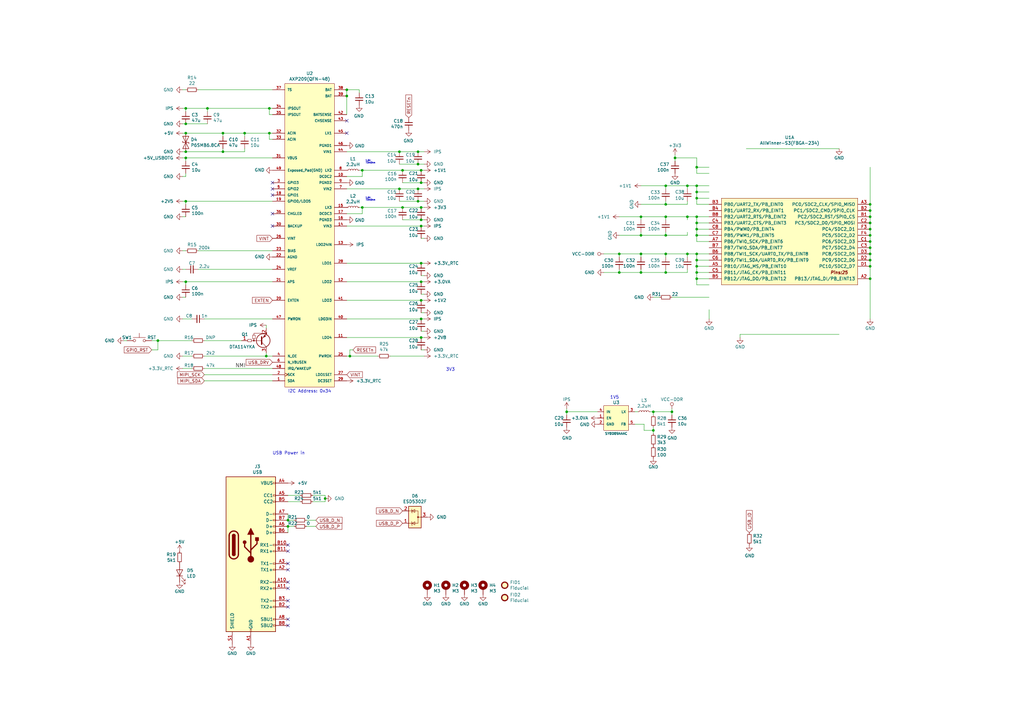
<source format=kicad_sch>
(kicad_sch (version 20211123) (generator eeschema)
  (paper "A3")
  (title_block (title "OtterCastAudioV2") (rev "1.0"))
  (junction (at 262.89 96.52))
  (junction (at 285.75 109.22))
  (junction (at 76.2 115.57))
  (junction (at 172.72 107.95))
  (junction (at 148.59 69.85))
  (junction (at 85.09 44.45))
  (junction (at 165.1 69.85))
  (junction (at 110.49 44.45))
  (junction (at 76.2 44.45))
  (junction (at 281.94 76.2))
  (junction (at 285.75 104.14))
  (junction (at 356.87 109.22))
  (junction (at 110.49 54.61))
  (junction (at 276.86 64.77))
  (junction (at 281.94 104.14))
  (junction (at 356.87 88.9))
  (junction (at 267.97 176.53))
  (junction (at 285.75 111.76))
  (junction (at 76.2 54.61))
  (junction (at 356.87 99.06))
  (junction (at 172.72 90.17))
  (junction (at 163.83 62.23))
  (junction (at 281.94 88.9))
  (junction (at 285.75 93.98))
  (junction (at 142.24 39.37))
  (junction (at 143.51 146.05))
  (junction (at 285.75 81.28))
  (junction (at 91.44 54.61))
  (junction (at 171.45 62.23))
  (junction (at 285.75 76.2))
  (junction (at 76.2 82.55))
  (junction (at 64.77 139.7))
  (junction (at 356.87 83.82))
  (junction (at 172.72 123.19))
  (junction (at 76.2 64.77))
  (junction (at 172.72 92.71))
  (junction (at 273.05 96.52))
  (junction (at 273.05 104.14))
  (junction (at 172.72 85.09))
  (junction (at 76.2 62.23))
  (junction (at 267.97 168.91))
  (junction (at 172.72 74.93))
  (junction (at 171.45 67.31))
  (junction (at 165.1 85.09))
  (junction (at 163.83 77.47))
  (junction (at 91.44 62.23))
  (junction (at 356.87 86.36))
  (junction (at 171.45 77.47))
  (junction (at 109.22 146.05))
  (junction (at 254 111.76))
  (junction (at 171.45 82.55))
  (junction (at 356.87 106.68))
  (junction (at 356.87 104.14))
  (junction (at 285.75 114.3))
  (junction (at 273.05 111.76))
  (junction (at 273.05 76.2))
  (junction (at 118.11 213.36))
  (junction (at 275.59 168.91))
  (junction (at 285.75 68.58))
  (junction (at 356.87 93.98))
  (junction (at 285.75 91.44))
  (junction (at 133.35 204.47))
  (junction (at 262.89 104.14))
  (junction (at 285.75 96.52))
  (junction (at 172.72 69.85))
  (junction (at 356.87 114.3))
  (junction (at 148.59 85.09))
  (junction (at 142.24 36.83))
  (junction (at 262.89 88.9))
  (junction (at 356.87 96.52))
  (junction (at 232.41 168.91))
  (junction (at 356.87 101.6))
  (junction (at 273.05 88.9))
  (junction (at 285.75 106.68))
  (junction (at 172.72 130.81))
  (junction (at 254 104.14))
  (junction (at 118.11 215.9))
  (junction (at 172.72 115.57))
  (junction (at 76.2 50.8))
  (junction (at 172.72 138.43))
  (junction (at 262.89 111.76))
  (junction (at 100.33 54.61))
  (junction (at 285.75 78.74))
  (junction (at 285.75 88.9))
  (junction (at 273.05 83.82))
  (junction (at 356.87 91.44))
  (no_connect (at 111.76 74.93))
  (no_connect (at 118.11 223.52))
  (no_connect (at 111.76 80.01))
  (no_connect (at 118.11 226.06))
  (no_connect (at 118.11 231.14))
  (no_connect (at 118.11 238.76))
  (no_connect (at 118.11 246.38))
  (no_connect (at 142.24 49.53))
  (no_connect (at 118.11 256.54))
  (no_connect (at 111.76 92.71))
  (no_connect (at 118.11 233.68))
  (no_connect (at 118.11 248.92))
  (no_connect (at 111.76 77.47))
  (no_connect (at 111.76 87.63))
  (no_connect (at 142.24 54.61))
  (no_connect (at 118.11 254))
  (no_connect (at 118.11 241.3))
  (wire (pts (xy 273.05 77.47) (xy 273.05 76.2)))
  (wire (pts (xy 171.45 77.47) (xy 173.99 77.47)))
  (wire (pts (xy 118.11 213.36) (xy 120.65 213.36)))
  (wire (pts (xy 172.72 90.17) (xy 165.1 90.17)))
  (wire (pts (xy 118.11 218.44) (xy 118.11 215.9)))
  (wire (pts (xy 74.93 121.92) (xy 76.2 121.92)))
  (wire (pts (xy 254 105.41) (xy 254 104.14)))
  (wire (pts (xy 264.16 173.99) (xy 260.35 173.99)))
  (wire (pts (xy 285.75 109.22) (xy 285.75 106.68)))
  (wire (pts (xy 83.82 146.05) (xy 109.22 146.05)))
  (wire (pts (xy 76.2 44.45) (xy 74.93 44.45)))
  (wire (pts (xy 148.59 72.39) (xy 148.59 69.85)))
  (wire (pts (xy 111.76 57.15) (xy 110.49 57.15)))
  (wire (pts (xy 91.44 54.61) (xy 100.33 54.61)))
  (wire (pts (xy 356.87 101.6) (xy 356.87 104.14)))
  (wire (pts (xy 356.87 96.52) (xy 356.87 99.06)))
  (wire (pts (xy 285.75 68.58) (xy 285.75 71.12)))
  (wire (pts (xy 76.2 115.57) (xy 111.76 115.57)))
  (wire (pts (xy 262.89 88.9) (xy 262.89 90.17)))
  (wire (pts (xy 74.93 88.9) (xy 76.2 88.9)))
  (wire (pts (xy 290.83 81.28) (xy 285.75 81.28)))
  (wire (pts (xy 91.44 60.96) (xy 91.44 62.23)))
  (wire (pts (xy 285.75 88.9) (xy 290.83 88.9)))
  (wire (pts (xy 267.97 176.53) (xy 264.16 176.53)))
  (wire (pts (xy 273.05 88.9) (xy 281.94 88.9)))
  (wire (pts (xy 76.2 64.77) (xy 111.76 64.77)))
  (wire (pts (xy 143.51 143.51) (xy 143.51 146.05)))
  (wire (pts (xy 356.87 114.3) (xy 356.87 130.81)))
  (wire (pts (xy 290.83 76.2) (xy 285.75 76.2)))
  (wire (pts (xy 64.77 139.7) (xy 62.23 139.7)))
  (wire (pts (xy 173.99 113.03) (xy 172.72 113.03)))
  (wire (pts (xy 285.75 106.68) (xy 285.75 104.14)))
  (wire (pts (xy 160.02 146.05) (xy 173.99 146.05)))
  (wire (pts (xy 142.24 107.95) (xy 172.72 107.95)))
  (wire (pts (xy 109.22 144.78) (xy 109.22 146.05)))
  (wire (pts (xy 91.44 55.88) (xy 91.44 54.61)))
  (wire (pts (xy 273.05 111.76) (xy 281.94 111.76)))
  (wire (pts (xy 173.99 143.51) (xy 172.72 143.51)))
  (wire (pts (xy 76.2 44.45) (xy 85.09 44.45)))
  (wire (pts (xy 100.33 54.61) (xy 110.49 54.61)))
  (wire (pts (xy 290.83 78.74) (xy 285.75 78.74)))
  (wire (pts (xy 142.24 72.39) (xy 148.59 72.39)))
  (wire (pts (xy 303.53 138.43) (xy 303.53 137.16)))
  (wire (pts (xy 142.24 62.23) (xy 163.83 62.23)))
  (wire (pts (xy 276.86 64.77) (xy 285.75 64.77)))
  (wire (pts (xy 262.89 83.82) (xy 273.05 83.82)))
  (wire (pts (xy 81.28 110.49) (xy 111.76 110.49)))
  (wire (pts (xy 76.2 66.04) (xy 76.2 64.77)))
  (wire (pts (xy 83.82 130.81) (xy 111.76 130.81)))
  (wire (pts (xy 76.2 116.84) (xy 76.2 115.57)))
  (wire (pts (xy 165.1 85.09) (xy 172.72 85.09)))
  (wire (pts (xy 83.82 156.21) (xy 111.76 156.21)))
  (wire (pts (xy 133.35 205.74) (xy 128.27 205.74)))
  (wire (pts (xy 254 111.76) (xy 262.89 111.76)))
  (wire (pts (xy 74.93 130.81) (xy 78.74 130.81)))
  (wire (pts (xy 276.86 66.04) (xy 276.86 64.77)))
  (wire (pts (xy 142.24 92.71) (xy 172.72 92.71)))
  (wire (pts (xy 64.77 143.51) (xy 64.77 139.7)))
  (wire (pts (xy 273.05 96.52) (xy 281.94 96.52)))
  (wire (pts (xy 261.62 168.91) (xy 260.35 168.91)))
  (wire (pts (xy 262.89 96.52) (xy 273.05 96.52)))
  (wire (pts (xy 163.83 62.23) (xy 171.45 62.23)))
  (wire (pts (xy 356.87 93.98) (xy 356.87 96.52)))
  (wire (pts (xy 281.94 82.55) (xy 281.94 83.82)))
  (wire (pts (xy 254 104.14) (xy 262.89 104.14)))
  (wire (pts (xy 173.99 128.27) (xy 172.72 128.27)))
  (wire (pts (xy 125.73 215.9) (xy 129.54 215.9)))
  (wire (pts (xy 74.93 115.57) (xy 76.2 115.57)))
  (wire (pts (xy 273.05 82.55) (xy 273.05 83.82)))
  (wire (pts (xy 232.41 168.91) (xy 232.41 170.18)))
  (wire (pts (xy 285.75 99.06) (xy 285.75 96.52)))
  (wire (pts (xy 172.72 69.85) (xy 173.99 69.85)))
  (wire (pts (xy 74.93 72.39) (xy 76.2 72.39)))
  (wire (pts (xy 142.24 123.19) (xy 172.72 123.19)))
  (wire (pts (xy 62.23 143.51) (xy 64.77 143.51)))
  (wire (pts (xy 285.75 116.84) (xy 285.75 114.3)))
  (wire (pts (xy 143.51 146.05) (xy 142.24 146.05)))
  (wire (pts (xy 356.87 86.36) (xy 356.87 88.9)))
  (wire (pts (xy 306.07 60.96) (xy 344.17 60.96)))
  (wire (pts (xy 173.99 90.17) (xy 172.72 90.17)))
  (wire (pts (xy 262.89 110.49) (xy 262.89 111.76)))
  (wire (pts (xy 118.11 213.36) (xy 118.11 210.82)))
  (wire (pts (xy 142.24 130.81) (xy 172.72 130.81)))
  (wire (pts (xy 356.87 88.9) (xy 356.87 91.44)))
  (wire (pts (xy 275.59 168.91) (xy 275.59 167.64)))
  (wire (pts (xy 171.45 67.31) (xy 173.99 67.31)))
  (wire (pts (xy 109.22 146.05) (xy 111.76 146.05)))
  (wire (pts (xy 273.05 83.82) (xy 281.94 83.82)))
  (wire (pts (xy 129.54 213.36) (xy 125.73 213.36)))
  (wire (pts (xy 165.1 69.85) (xy 172.72 69.85)))
  (wire (pts (xy 285.75 81.28) (xy 285.75 83.82)))
  (wire (pts (xy 110.49 46.99) (xy 110.49 44.45)))
  (wire (pts (xy 267.97 176.53) (xy 267.97 177.8)))
  (wire (pts (xy 273.05 110.49) (xy 273.05 111.76)))
  (wire (pts (xy 273.05 104.14) (xy 281.94 104.14)))
  (wire (pts (xy 148.59 69.85) (xy 147.32 69.85)))
  (wire (pts (xy 356.87 83.82) (xy 356.87 86.36)))
  (wire (pts (xy 285.75 93.98) (xy 285.75 91.44)))
  (wire (pts (xy 356.87 68.58) (xy 356.87 83.82)))
  (wire (pts (xy 262.89 111.76) (xy 273.05 111.76)))
  (wire (pts (xy 83.82 151.13) (xy 111.76 151.13)))
  (wire (pts (xy 262.89 95.25) (xy 262.89 96.52)))
  (wire (pts (xy 281.94 90.17) (xy 281.94 88.9)))
  (wire (pts (xy 290.83 114.3) (xy 285.75 114.3)))
  (wire (pts (xy 100.33 55.88) (xy 100.33 54.61)))
  (wire (pts (xy 281.94 110.49) (xy 281.94 111.76)))
  (wire (pts (xy 281.94 104.14) (xy 285.75 104.14)))
  (wire (pts (xy 50.8 139.7) (xy 52.07 139.7)))
  (wire (pts (xy 285.75 76.2) (xy 285.75 78.74)))
  (wire (pts (xy 148.59 85.09) (xy 147.32 85.09)))
  (wire (pts (xy 110.49 54.61) (xy 111.76 54.61)))
  (wire (pts (xy 356.87 99.06) (xy 356.87 101.6)))
  (wire (pts (xy 273.05 90.17) (xy 273.05 88.9)))
  (wire (pts (xy 276.86 63.5) (xy 276.86 64.77)))
  (wire (pts (xy 285.75 71.12) (xy 290.83 71.12)))
  (wire (pts (xy 148.59 69.85) (xy 165.1 69.85)))
  (wire (pts (xy 273.05 95.25) (xy 273.05 96.52)))
  (wire (pts (xy 118.11 203.2) (xy 123.19 203.2)))
  (wire (pts (xy 281.94 88.9) (xy 285.75 88.9)))
  (wire (pts (xy 281.94 77.47) (xy 281.94 76.2)))
  (wire (pts (xy 356.87 106.68) (xy 356.87 109.22)))
  (wire (pts (xy 262.89 76.2) (xy 273.05 76.2)))
  (wire (pts (xy 148.59 87.63) (xy 148.59 85.09)))
  (wire (pts (xy 173.99 120.65) (xy 172.72 120.65)))
  (wire (pts (xy 232.41 167.64) (xy 232.41 168.91)))
  (wire (pts (xy 120.65 215.9) (xy 118.11 215.9)))
  (wire (pts (xy 163.83 77.47) (xy 171.45 77.47)))
  (wire (pts (xy 290.83 109.22) (xy 285.75 109.22)))
  (wire (pts (xy 172.72 123.19) (xy 173.99 123.19)))
  (wire (pts (xy 273.05 76.2) (xy 281.94 76.2)))
  (wire (pts (xy 81.28 102.87) (xy 111.76 102.87)))
  (wire (pts (xy 254 96.52) (xy 262.89 96.52)))
  (wire (pts (xy 285.75 64.77) (xy 285.75 68.58)))
  (wire (pts (xy 290.83 127) (xy 290.83 130.81)))
  (wire (pts (xy 74.93 110.49) (xy 76.2 110.49)))
  (wire (pts (xy 74.93 146.05) (xy 78.74 146.05)))
  (wire (pts (xy 172.72 85.09) (xy 173.99 85.09)))
  (wire (pts (xy 78.74 139.7) (xy 64.77 139.7)))
  (wire (pts (xy 356.87 91.44) (xy 356.87 93.98)))
  (wire (pts (xy 303.53 137.16) (xy 344.17 137.16)))
  (wire (pts (xy 142.24 39.37) (xy 142.24 46.99)))
  (wire (pts (xy 285.75 111.76) (xy 290.83 111.76)))
  (wire (pts (xy 281.94 95.25) (xy 281.94 96.52)))
  (wire (pts (xy 281.94 76.2) (xy 285.75 76.2)))
  (wire (pts (xy 173.99 97.79) (xy 172.72 97.79)))
  (wire (pts (xy 76.2 54.61) (xy 91.44 54.61)))
  (wire (pts (xy 285.75 96.52) (xy 290.83 96.52)))
  (wire (pts (xy 285.75 83.82) (xy 290.83 83.82)))
  (wire (pts (xy 109.22 133.35) (xy 109.22 134.62)))
  (wire (pts (xy 81.28 36.83) (xy 111.76 36.83)))
  (wire (pts (xy 262.89 105.41) (xy 262.89 104.14)))
  (wire (pts (xy 267.97 168.91) (xy 267.97 170.18)))
  (wire (pts (xy 173.99 74.93) (xy 172.72 74.93)))
  (wire (pts (xy 74.93 82.55) (xy 76.2 82.55)))
  (wire (pts (xy 171.45 82.55) (xy 173.99 82.55)))
  (wire (pts (xy 172.72 74.93) (xy 165.1 74.93)))
  (wire (pts (xy 76.2 50.8) (xy 85.09 50.8)))
  (wire (pts (xy 285.75 104.14) (xy 290.83 104.14)))
  (wire (pts (xy 133.35 203.2) (xy 133.35 204.47)))
  (wire (pts (xy 128.27 203.2) (xy 133.35 203.2)))
  (wire (pts (xy 142.24 36.83) (xy 142.24 39.37)))
  (wire (pts (xy 172.72 107.95) (xy 173.99 107.95)))
  (wire (pts (xy 356.87 109.22) (xy 356.87 114.3)))
  (wire (pts (xy 262.89 104.14) (xy 273.05 104.14)))
  (wire (pts (xy 85.09 45.72) (xy 85.09 44.45)))
  (wire (pts (xy 74.93 62.23) (xy 76.2 62.23)))
  (wire (pts (xy 148.59 85.09) (xy 165.1 85.09)))
  (wire (pts (xy 76.2 83.82) (xy 76.2 82.55)))
  (wire (pts (xy 266.7 168.91) (xy 267.97 168.91)))
  (wire (pts (xy 142.24 87.63) (xy 148.59 87.63)))
  (wire (pts (xy 171.45 62.23) (xy 173.99 62.23)))
  (wire (pts (xy 290.83 93.98) (xy 285.75 93.98)))
  (wire (pts (xy 267.97 175.26) (xy 267.97 176.53)))
  (wire (pts (xy 285.75 91.44) (xy 290.83 91.44)))
  (wire (pts (xy 74.93 64.77) (xy 76.2 64.77)))
  (wire (pts (xy 254 88.9) (xy 262.89 88.9)))
  (wire (pts (xy 83.82 153.67) (xy 111.76 153.67)))
  (wire (pts (xy 281.94 105.41) (xy 281.94 104.14)))
  (wire (pts (xy 163.83 67.31) (xy 171.45 67.31)))
  (wire (pts (xy 142.24 138.43) (xy 172.72 138.43)))
  (wire (pts (xy 267.97 121.92) (xy 270.51 121.92)))
  (wire (pts (xy 83.82 139.7) (xy 99.06 139.7)))
  (wire (pts (xy 254 110.49) (xy 254 111.76)))
  (wire (pts (xy 262.89 88.9) (xy 273.05 88.9)))
  (wire (pts (xy 85.09 44.45) (xy 110.49 44.45)))
  (wire (pts (xy 91.44 62.23) (xy 76.2 62.23)))
  (wire (pts (xy 76.2 45.72) (xy 76.2 44.45)))
  (wire (pts (xy 264.16 176.53) (xy 264.16 173.99)))
  (wire (pts (xy 247.65 104.14) (xy 254 104.14)))
  (wire (pts (xy 111.76 44.45) (xy 110.49 44.45)))
  (wire (pts (xy 285.75 114.3) (xy 285.75 111.76)))
  (wire (pts (xy 154.94 146.05) (xy 143.51 146.05)))
  (wire (pts (xy 285.75 68.58) (xy 290.83 68.58)))
  (wire (pts (xy 76.2 82.55) (xy 111.76 82.55)))
  (wire (pts (xy 163.83 82.55) (xy 171.45 82.55)))
  (wire (pts (xy 123.19 205.74) (xy 118.11 205.74)))
  (wire (pts (xy 142.24 36.83) (xy 147.32 36.83)))
  (wire (pts (xy 273.05 105.41) (xy 273.05 104.14)))
  (wire (pts (xy 172.72 92.71) (xy 173.99 92.71)))
  (wire (pts (xy 232.41 168.91) (xy 245.11 168.91)))
  (wire (pts (xy 74.93 50.8) (xy 76.2 50.8)))
  (wire (pts (xy 74.93 102.87) (xy 76.2 102.87)))
  (wire (pts (xy 267.97 168.91) (xy 275.59 168.91)))
  (wire (pts (xy 100.33 60.96) (xy 100.33 62.23)))
  (wire (pts (xy 290.83 99.06) (xy 285.75 99.06)))
  (wire (pts (xy 172.72 138.43) (xy 173.99 138.43)))
  (wire (pts (xy 76.2 72.39) (xy 76.2 71.12)))
  (wire (pts (xy 76.2 54.61) (xy 74.93 54.61)))
  (wire (pts (xy 285.75 78.74) (xy 285.75 81.28)))
  (wire (pts (xy 74.93 36.83) (xy 76.2 36.83)))
  (wire (pts (xy 173.99 135.89) (xy 172.72 135.89)))
  (wire (pts (xy 74.93 151.13) (xy 78.74 151.13)))
  (wire (pts (xy 285.75 93.98) (xy 285.75 96.52)))
  (wire (pts (xy 110.49 57.15) (xy 110.49 54.61)))
  (wire (pts (xy 285.75 116.84) (xy 290.83 116.84)))
  (wire (pts (xy 247.65 111.76) (xy 254 111.76)))
  (wire (pts (xy 147.32 36.83) (xy 147.32 38.1)))
  (wire (pts (xy 100.33 62.23) (xy 91.44 62.23)))
  (wire (pts (xy 144.78 143.51) (xy 143.51 143.51)))
  (wire (pts (xy 133.35 204.47) (xy 133.35 205.74)))
  (wire (pts (xy 285.75 88.9) (xy 285.75 91.44)))
  (wire (pts (xy 111.76 46.99) (xy 110.49 46.99)))
  (wire (pts (xy 275.59 121.92) (xy 290.83 121.92)))
  (wire (pts (xy 356.87 104.14) (xy 356.87 106.68)))
  (wire (pts (xy 142.24 115.57) (xy 172.72 115.57)))
  (wire (pts (xy 172.72 130.81) (xy 173.99 130.81)))
  (wire (pts (xy 172.72 115.57) (xy 173.99 115.57)))
  (wire (pts (xy 142.24 77.47) (xy 163.83 77.47)))
  (wire (pts (xy 285.75 106.68) (xy 290.83 106.68)))
  (wire (pts (xy 285.75 111.76) (xy 285.75 109.22)))
  (wire (pts (xy 275.59 170.18) (xy 275.59 168.91)))
  (text "1.5A\n72mOhm\n" (at 149.86 82.55 0) (effects (font (size 0.6096 0.6096)) (justify left bottom)))
  (text "1V5\n" (at 250.19 163.83 0) (effects (font (size 1.27 1.27)) (justify left bottom)))
  (text "1.5A\n72mOhm\n" (at 149.86 67.31 0) (effects (font (size 0.6096 0.6096)) (justify left bottom)))
  (text "3V3\n" (at 182.88 152.4 0) (effects (font (size 1.27 1.27)) (justify left bottom)))
  (text "USB Power in" (at 111.76 186.69 0) (effects (font (size 1.27 1.27)) (justify left bottom)))
  (text "I2C Address: 0x34" (at 118.11 161.29 0) (effects (font (size 1.27 1.27)) (justify left bottom)))
  (label "NMI" (at 96.52 151.13 0) (effects (font (size 1.524 1.524))))
  (global_label "VINT" (shape input) (at 142.24 153.67 0) (property "Intersheet References" "${INTERSHEET_REFS}" (effects hide)))
  (global_label "EXTEN" (shape input) (at 111.76 123.19 180) (property "Intersheet References" "${INTERSHEET_REFS}" (effects hide)))
  (global_label "MIPI_SDA" (shape input) (at 83.82 156.21 180) (property "Intersheet References" "${INTERSHEET_REFS}" (effects hide)))
  (global_label "USB_D_P" (shape input) (at 129.54 215.9 0) (property "Intersheet References" "${INTERSHEET_REFS}" (effects hide)))
  (global_label "RESETn" (shape input) (at 144.78 143.51 0) (property "Intersheet References" "${INTERSHEET_REFS}" (effects hide)))
  (global_label "RESETn" (shape input) (at 167.64 48.26 90) (property "Intersheet References" "${INTERSHEET_REFS}" (effects hide)))
  (global_label "MIPI_SCK" (shape input) (at 83.82 153.67 180) (property "Intersheet References" "${INTERSHEET_REFS}" (effects hide)))
  (global_label "USB_D_N" (shape input) (at 165.1 209.55 180) (property "Intersheet References" "${INTERSHEET_REFS}" (effects hide)))
  (global_label "GPIO_RST" (shape input) (at 62.23 143.51 180) (property "Intersheet References" "${INTERSHEET_REFS}" (effects hide)))
  (global_label "USB_DRV" (shape input) (at 111.76 148.59 180) (property "Intersheet References" "${INTERSHEET_REFS}" (effects hide)))
  (global_label "VINT" (shape input) (at 111.76 97.79 180) (property "Intersheet References" "${INTERSHEET_REFS}" (effects hide)))
  (global_label "USB_ID" (shape input) (at 307.34 218.44 90) (property "Intersheet References" "${INTERSHEET_REFS}" (effects hide)))
  (global_label "USB_D_P" (shape input) (at 165.1 214.63 180) (property "Intersheet References" "${INTERSHEET_REFS}" (effects hide)))
  (global_label "USB_D_N" (shape input) (at 129.54 213.36 0) (property "Intersheet References" "${INTERSHEET_REFS}" (effects hide)))
  (symbol (lib_id "power:+5V") (at 118.11 198.12 270) (unit 1)
    (property "Reference" "#PWR038" (effects hide))
    (property "Value" "+5V" (at 121.92 198.12 90) (effects (justify left)))
  )
  (symbol (lib_id "power:+5V") (at 74.93 54.61 90) (unit 1)
    (property "Reference" "#PWR018" (effects hide))
    (property "Value" "+5V" (at 71.12 54.61 90) (effects (justify left)))
  )
  (symbol (lib_id "power:+5V") (at 73.66 226.06 0) (unit 1)
    (property "Reference" "#PWR031" (effects hide))
    (property "Value" "+5V" (at 73.66 222.25 0))
  )
  (symbol (lib_id "Device:R_Small") (at 73.66 228.6 180) (unit 1)
    (property "Reference" "R19" (at 72.1614 227.4316 0) (effects (justify left)))
    (property "Value" "5k1" (at 72.1614 229.743 0) (effects (justify left)))
    (property "Footprint" "otter:R_0402" (effects hide))
  )
  (symbol (lib_id "power:GND") (at 73.66 238.76 0) (mirror y) (unit 1)
    (property "Reference" "#PWR032" (effects hide))
    (property "Value" "GND" (at 73.66 242.57 0))
  )
  (symbol (lib_id "Device:LED") (at 73.66 234.95 90) (unit 1)
    (property "Reference" "D5" (at 76.6318 233.9594 90) (effects (justify right)))
    (property "Value" "LED" (at 76.6318 236.2708 90) (effects (justify right)))
    (property "Footprint" "LED_SMD:LED_0603_1608Metric_Castellated" (effects hide))
  )
  (symbol (lib_id "Power_Protection:SP0502BAHT") (at 170.18 212.09 90) (unit 1)
    (property "Reference" "D6" (at 170.18 203.4032 90))
    (property "Value" "ESD5302F" (at 170.18 205.7146 90))
    (property "Footprint" "Package_TO_SOT_SMD:SOT-23" (effects hide))
    (property "Datasheet" "http://www.littelfuse.com/~/media/files/littelfuse/technical%20resources/documents/data%20sheets/sp05xxba.pdf" (effects hide))
    (property "LCSC" "C239643" (effects hide))
  )
  (symbol (lib_id "Device:R_Small") (at 123.19 213.36 90) (unit 1)
    (property "Reference" "R21" (at 118.11 212.09 90) (effects (justify right)))
    (property "Value" "0" (at 125.73 212.09 90) (effects (justify right)))
    (property "Footprint" "otter:R_0402" (effects hide))
  )
  (symbol (lib_id "Device:R_Small") (at 123.19 215.9 90) (unit 1)
    (property "Reference" "R22" (at 118.11 214.63 90) (effects (justify right)))
    (property "Value" "0" (at 125.73 214.63 90) (effects (justify right)))
    (property "Footprint" "otter:R_0402" (effects hide))
  )
  (symbol (lib_id "Switch:SW_Push") (at 57.15 139.7 0) (unit 1)
    (property "Reference" "SW1" (at 52.07 138.43 0))
    (property "Value" "RST" (at 62.23 138.43 0))
    (property "Footprint" "otter:SW_SPST_PTS810" (effects hide))
  )
  (symbol (lib_id "power:GND") (at 50.8 139.7 270) (mirror x) (unit 1)
    (property "Reference" "#PWR014" (effects hide))
    (property "Value" "GND" (at 46.99 139.7 90) (effects (justify right)))
  )
  (symbol (lib_id "otter:+3V3_RTC") (at 142.24 156.21 270) (unit 1)
    (property "Reference" "#PWR043" (effects hide))
    (property "Value" "+3V3_RTC" (at 146.05 156.21 90) (effects (justify left)))
  )
  (symbol (lib_id "otter:GND") (at 175.26 212.09 90) (unit 1)
    (property "Reference" "#PWR069" (effects hide))
    (property "Value" "GND" (at 179.07 212.09 90) (effects (justify right)))
  )
  (symbol (lib_id "Device:C_Small") (at 167.64 50.8 0) (unit 1)
    (property "Reference" "C18" (at 165.3032 49.6316 0) (effects (justify right)))
    (property "Value" "470n" (at 165.3032 51.943 0) (effects (justify right)))
    (property "Footprint" "otter:C_0402" (effects hide))
  )
  (symbol (lib_id "power:+3V3") (at 173.99 85.09 270) (unit 1)
    (property "Reference" "#PWR053" (effects hide))
    (property "Value" "+3V3" (at 177.8 85.09 90) (effects (justify left)))
  )
  (symbol (lib_id "power:GND") (at 167.64 53.34 0) (mirror y) (unit 1)
    (property "Reference" "#PWR046" (effects hide))
    (property "Value" "GND" (at 167.513 57.7342 0))
  )
  (symbol (lib_id "power:+3V3") (at 276.86 63.5 0) (unit 1)
    (property "Reference" "#PWR084" (effects hide))
    (property "Value" "+3V3" (at 276.86 59.69 0))
  )
  (symbol (lib_id "power:+2V8") (at 173.99 138.43 270) (unit 1)
    (property "Reference" "#PWR065" (effects hide))
    (property "Value" "+2V8" (at 177.8 138.43 90) (effects (justify left)))
  )
  (symbol (lib_id "power:+1V2") (at 173.99 123.19 270) (unit 1)
    (property "Reference" "#PWR061" (effects hide))
    (property "Value" "+1V2" (at 177.8 123.19 90) (effects (justify left)))
  )
  (symbol (lib_id "otter:IPS") (at 173.99 130.81 270) (unit 1)
    (property "Reference" "#PWR063" (effects hide))
    (property "Value" "IPS" (at 177.8 130.81 90) (effects (justify left)))
  )
  (symbol (lib_id "otter:IPS") (at 173.99 62.23 270) (unit 1)
    (property "Reference" "#PWR047" (effects hide))
    (property "Value" "IPS" (at 177.8 62.23 90) (effects (justify left)))
  )
  (symbol (lib_id "otter:IPS") (at 173.99 92.71 270) (unit 1)
    (property "Reference" "#PWR055" (effects hide))
    (property "Value" "IPS" (at 177.8 92.71 90) (effects (justify left)))
  )
  (symbol (lib_id "otter:IPS") (at 74.93 115.57 90) (unit 1)
    (property "Reference" "#PWR026" (effects hide))
    (property "Value" "IPS" (at 71.12 115.57 90) (effects (justify left)))
  )
  (symbol (lib_id "Device:R_Small") (at 81.28 139.7 270) (unit 1)
    (property "Reference" "R16" (at 77.47 138.43 90))
    (property "Value" "DNP" (at 86.36 138.43 90))
    (property "Footprint" "otter:R_0402" (effects hide))
  )
  (symbol (lib_id "otter:IPS") (at 142.24 100.33 270) (unit 1)
    (property "Reference" "#PWR042" (effects hide))
    (property "Value" "IPS" (at 146.05 100.33 90) (effects (justify left)))
  )
  (symbol (lib_id "otter:IPS") (at 74.93 44.45 90) (unit 1)
    (property "Reference" "#PWR016" (effects hide))
    (property "Value" "IPS" (at 71.12 44.45 90) (effects (justify left)))
  )
  (symbol (lib_id "otter:IPS") (at 109.22 133.35 90) (unit 1)
    (property "Reference" "#PWR033" (effects hide))
    (property "Value" "IPS" (at 105.41 133.35 90) (effects (justify left)))
  )
  (symbol (lib_id "otter:IPS") (at 232.41 167.64 0) (unit 1)
    (property "Reference" "#PWR070" (effects hide))
    (property "Value" "IPS" (at 232.41 163.83 0))
  )
  (symbol (lib_id "otter:IPS") (at 173.99 77.47 270) (unit 1)
    (property "Reference" "#PWR051" (effects hide))
    (property "Value" "IPS" (at 177.8 77.47 90) (effects (justify left)))
  )
  (symbol (lib_id "power:+1V1") (at 173.99 69.85 270) (unit 1)
    (property "Reference" "#PWR049" (effects hide))
    (property "Value" "+1V1" (at 177.8 69.85 90) (effects (justify left)))
  )
  (symbol (lib_id "power:+1V1") (at 254 88.9 90) (unit 1)
    (property "Reference" "#PWR076" (effects hide))
    (property "Value" "+1V1" (at 250.19 88.9 90) (effects (justify left)))
  )
  (symbol (lib_id "power:+1V1") (at 262.89 76.2 90) (unit 1)
    (property "Reference" "#PWR078" (effects hide))
    (property "Value" "+1V1" (at 259.08 76.2 90) (effects (justify left)))
  )
  (symbol (lib_id "otter:+3.0VA") (at 173.99 115.57 270) (unit 1)
    (property "Reference" "#PWR059" (effects hide))
    (property "Value" "+3.0VA" (at 177.8 115.57 90) (effects (justify left)))
  )
  (symbol (lib_id "otter:+3.0VA") (at 245.11 171.45 90) (unit 1)
    (property "Reference" "#PWR072" (effects hide))
    (property "Value" "+3.0VA" (at 241.3 171.45 90) (effects (justify left)))
  )
  (symbol (lib_id "otter:+5V_USBOTG") (at 74.93 64.77 90) (unit 1)
    (property "Reference" "#PWR020" (effects hide))
    (property "Value" "+5V_USBOTG" (at 71.12 64.77 90) (effects (justify left)))
  )
  (symbol (lib_id "power:GND") (at 142.24 90.17 90) (mirror x) (unit 1)
    (property "Reference" "#PWR041" (effects hide))
    (property "Value" "GND" (at 145.4912 90.297 90) (effects (justify right)))
  )
  (symbol (lib_id "otter:+3V3_RTC") (at 74.93 151.13 90) (unit 1)
    (property "Reference" "#PWR030" (effects hide))
    (property "Value" "+3V3_RTC" (at 71.12 151.13 90) (effects (justify left)))
  )
  (symbol (lib_id "Device:C_Small") (at 147.32 40.64 0) (unit 1)
    (property "Reference" "C13" (at 149.6568 39.4716 0) (effects (justify left)))
    (property "Value" "10u" (at 149.6568 41.783 0) (effects (justify left)))
    (property "Footprint" "otter:C_0603" (effects hide))
  )
  (symbol (lib_id "Mechanical:MountingHole_Pad") (at 175.26 241.3 0) (unit 1)
    (property "Reference" "H1" (at 177.8 240.0554 0) (effects (justify left)))
    (property "Value" "M3" (at 177.8 242.3668 0) (effects (justify left)))
    (property "Footprint" "MountingHole:MountingHole_3mm_Pad_Via" (effects hide))
  )
  (symbol (lib_id "power:GND") (at 175.26 243.84 0) (mirror y) (unit 1)
    (property "Reference" "#PWR0154" (effects hide))
    (property "Value" "GND" (at 175.26 247.65 0))
  )
  (symbol (lib_id "Mechanical:MountingHole_Pad") (at 182.88 241.3 0) (unit 1)
    (property "Reference" "H2" (at 185.42 240.0554 0) (effects (justify left)))
    (property "Value" "M3" (at 185.42 242.3668 0) (effects (justify left)))
    (property "Footprint" "MountingHole:MountingHole_3mm_Pad_Via" (effects hide))
  )
  (symbol (lib_id "power:GND") (at 182.88 243.84 0) (mirror y) (unit 1)
    (property "Reference" "#PWR0155" (effects hide))
    (property "Value" "GND" (at 182.88 247.65 0))
  )
  (symbol (lib_id "Mechanical:Fiducial") (at 207.01 240.03 0) (unit 1)
    (property "Reference" "FID1" (at 209.169 238.8616 0) (effects (justify left)))
    (property "Value" "Fiducial" (at 209.169 241.173 0) (effects (justify left)))
    (property "Footprint" "otter:FID_1.52" (effects hide))
  )
  (symbol (lib_id "Mechanical:Fiducial") (at 207.01 245.11 0) (unit 1)
    (property "Reference" "FID2" (at 209.169 243.9416 0) (effects (justify left)))
    (property "Value" "Fiducial" (at 209.169 246.253 0) (effects (justify left)))
    (property "Footprint" "otter:FID_1.52" (effects hide))
  )
  (symbol (lib_id "Mechanical:MountingHole_Pad") (at 190.5 241.3 0) (unit 1)
    (property "Reference" "H3" (at 193.04 240.0554 0) (effects (justify left)))
    (property "Value" "M3" (at 193.04 242.3668 0) (effects (justify left)))
    (property "Footprint" "MountingHole:MountingHole_3mm_Pad_Via" (effects hide))
  )
  (symbol (lib_id "power:GND") (at 190.5 243.84 0) (mirror y) (unit 1)
    (property "Reference" "#PWR0156" (effects hide))
    (property "Value" "GND" (at 190.5 247.65 0))
  )
  (symbol (lib_id "Mechanical:MountingHole_Pad") (at 198.12 241.3 0) (unit 1)
    (property "Reference" "H4" (at 200.66 240.0554 0) (effects (justify left)))
    (property "Value" "M3" (at 200.66 242.3668 0) (effects (justify left)))
    (property "Footprint" "MountingHole:MountingHole_3mm_Pad_Via" (effects hide))
  )
  (symbol (lib_id "power:GND") (at 198.12 243.84 0) (mirror y) (unit 1)
    (property "Reference" "#PWR0157" (effects hide))
    (property "Value" "GND" (at 198.12 247.65 0))
  )
  (symbol (lib_id "Connector:USB_C_Receptacle") (at 102.87 223.52 0) (unit 1)
    (property "Reference" "J3" (at 105.5878 191.3382 0))
    (property "Value" "USB" (at 105.5878 193.6496 0))
    (property "Footprint" "otter:918-418K2022Y40004" (effects hide))
    (property "Datasheet" "https://www.usb.org/sites/default/files/documents/usb_type-c.zip" (effects hide))
  )
  (symbol (lib_id "power:GND") (at 245.11 173.99 270) (unit 1)
    (property "Reference" "#PWR073" (effects hide))
    (property "Value" "GND" (at 241.8588 174.117 90) (effects (justify right)))
  )
  (symbol (lib_id "otter:SY8009AAAC(SOT23-5)") (at 252.73 171.45 0) (unit 1)
    (property "Reference" "U3" (at 252.73 165.1 0))
    (property "Value" "SY8089AAAC" (at 252.73 177.8 0) (effects (font (size 0.9906 0.9906))))
    (property "Footprint" "Package_TO_SOT_SMD:SOT-23-5" (effects hide))
    (property "Fieldname 1" "Value 1" (effects hide))
    (property "Fieldname2" "Value2" (effects hide))
    (property "Fieldname3" "Value3" (effects hide))
  )
  (symbol (lib_id "otter:VCC-DDR") (at 275.59 167.64 0) (unit 1)
    (property "Reference" "#PWR082" (effects hide))
    (property "Value" "VCC-DDR" (at 275.59 163.83 0))
  )
  (symbol (lib_id "power:GND") (at 147.32 43.18 0) (mirror y) (unit 1)
    (property "Reference" "#PWR044" (effects hide))
    (property "Value" "GND" (at 147.193 47.5742 0))
  )
  (symbol (lib_id "Device:L_Small") (at 144.78 85.09 90) (unit 1)
    (property "Reference" "L2" (at 144.78 80.391 90))
    (property "Value" "2.2uH" (at 144.78 82.7024 90))
    (property "Footprint" "Inductor_SMD:L_Taiyo-Yuden_MD-3030" (effects hide))
    (property "LCSC" "C167747" (effects hide))
  )
  (symbol (lib_id "Device:L_Small") (at 264.16 168.91 90) (unit 1)
    (property "Reference" "L3" (at 264.16 164.211 90))
    (property "Value" "2.2uH" (at 264.16 166.5224 90))
    (property "Footprint" "Inductor_SMD:L_Taiyo-Yuden_MD-3030" (effects hide))
    (property "LCSC" "C167747" (effects hide))
  )
  (symbol (lib_id "power:GND") (at 303.53 138.43 0) (mirror y) (unit 1)
    (property "Reference" "#PWR087" (effects hide))
    (property "Value" "GND" (at 303.53 142.24 0))
  )
  (symbol (lib_id "power:GND") (at 344.17 60.96 0) (mirror y) (unit 1)
    (property "Reference" "#PWR089" (effects hide))
    (property "Value" "GND" (at 344.17 64.77 0))
  )
  (symbol (lib_id "power:GND") (at 356.87 130.81 0) (mirror y) (unit 1)
    (property "Reference" "#PWR090" (effects hide))
    (property "Value" "GND" (at 356.87 134.62 0))
  )
  (symbol (lib_id "otter:VCC-DDR") (at 247.65 104.14 90) (unit 1)
    (property "Reference" "#PWR074" (effects hide))
    (property "Value" "VCC-DDR" (at 243.84 104.14 90) (effects (justify left)))
  )
  (symbol (lib_id "power:GND") (at 267.97 121.92 270) (mirror x) (unit 1)
    (property "Reference" "#PWR080" (effects hide))
    (property "Value" "GND" (at 264.16 121.92 90) (effects (justify right)))
  )
  (symbol (lib_id "power:GND") (at 290.83 130.81 0) (mirror y) (unit 1)
    (property "Reference" "#PWR086" (effects hide))
    (property "Value" "GND" (at 290.83 134.62 0))
  )
  (symbol (lib_id "Device:C_Small") (at 165.1 87.63 0) (unit 1)
    (property "Reference" "C17" (at 162.7632 86.4616 0) (effects (justify right)))
    (property "Value" "100n" (at 162.7632 88.773 0) (effects (justify right)))
    (property "Footprint" "otter:C_0402" (effects hide))
  )
  (symbol (lib_id "Device:C_Small") (at 165.1 72.39 0) (unit 1)
    (property "Reference" "C16" (at 162.7632 71.2216 0) (effects (justify right)))
    (property "Value" "100n" (at 162.7632 73.533 0) (effects (justify right)))
    (property "Footprint" "otter:C_0402" (effects hide))
  )
  (symbol (lib_id "Device:C_Small") (at 273.05 107.95 0) (unit 1)
    (property "Reference" "C35" (at 270.7132 106.7816 0) (effects (justify right)))
    (property "Value" "100n" (at 270.7132 109.093 0) (effects (justify right)))
    (property "Footprint" "otter:C_0402" (effects hide))
  )
  (symbol (lib_id "power:GND") (at 247.65 111.76 270) (mirror x) (unit 1)
    (property "Reference" "#PWR075" (effects hide))
    (property "Value" "GND" (at 243.84 111.76 90) (effects (justify right)))
  )
  (symbol (lib_id "power:GND") (at 254 96.52 270) (mirror x) (unit 1)
    (property "Reference" "#PWR077" (effects hide))
    (property "Value" "GND" (at 250.19 96.52 0))
  )
  (symbol (lib_id "power:GND") (at 262.89 83.82 270) (mirror x) (unit 1)
    (property "Reference" "#PWR079" (effects hide))
    (property "Value" "GND" (at 259.08 83.82 0))
  )
  (symbol (lib_id "power:GND") (at 276.86 71.12 0) (mirror y) (unit 1)
    (property "Reference" "#PWR085" (effects hide))
    (property "Value" "GND" (at 276.86 74.93 0))
  )
  (symbol (lib_id "Device:R_Small") (at 273.05 121.92 270) (unit 1)
    (property "Reference" "R31" (at 269.24 120.65 90))
    (property "Value" "22" (at 276.86 120.65 90))
    (property "Footprint" "otter:R_0402" (effects hide))
  )
  (symbol (lib_id "power:GND") (at 173.99 97.79 90) (mirror x) (unit 1)
    (property "Reference" "#PWR056" (effects hide))
    (property "Value" "GND" (at 177.8 97.79 90) (effects (justify right)))
  )
  (symbol (lib_id "otter:+3V3_RTC") (at 173.99 107.95 270) (unit 1)
    (property "Reference" "#PWR057" (effects hide))
    (property "Value" "+3V3_RTC" (at 177.8 107.95 90) (effects (justify left)))
  )
  (symbol (lib_id "power:GND") (at 173.99 90.17 90) (mirror x) (unit 1)
    (property "Reference" "#PWR054" (effects hide))
    (property "Value" "GND" (at 177.8 90.17 90) (effects (justify right)))
  )
  (symbol (lib_id "Device:C_Small") (at 163.83 80.01 0) (unit 1)
    (property "Reference" "C15" (at 158.75 78.74 0) (effects (justify left)))
    (property "Value" "10u" (at 158.75 81.28 0) (effects (justify left)))
    (property "Footprint" "otter:C_0603" (effects hide))
  )
  (symbol (lib_id "power:GND") (at 173.99 82.55 90) (mirror x) (unit 1)
    (property "Reference" "#PWR052" (effects hide))
    (property "Value" "GND" (at 177.8 82.55 90) (effects (justify right)))
  )
  (symbol (lib_id "power:GND") (at 142.24 74.93 90) (mirror x) (unit 1)
    (property "Reference" "#PWR040" (effects hide))
    (property "Value" "GND" (at 145.4912 75.057 90) (effects (justify right)))
  )
  (symbol (lib_id "Device:L_Small") (at 144.78 69.85 90) (unit 1)
    (property "Reference" "L1" (at 144.78 65.151 90))
    (property "Value" "2.2uH" (at 144.78 67.4624 90))
    (property "Footprint" "Inductor_SMD:L_Taiyo-Yuden_MD-3030" (effects hide))
    (property "LCSC" "C167747" (effects hide))
  )
  (symbol (lib_id "power:GND") (at 173.99 74.93 90) (mirror x) (unit 1)
    (property "Reference" "#PWR050" (effects hide))
    (property "Value" "GND" (at 177.8 74.93 90) (effects (justify right)))
  )
  (symbol (lib_id "power:GND") (at 173.99 67.31 90) (mirror x) (unit 1)
    (property "Reference" "#PWR048" (effects hide))
    (property "Value" "GND" (at 177.8 67.31 90) (effects (justify right)))
  )
  (symbol (lib_id "power:GND") (at 142.24 59.69 90) (mirror x) (unit 1)
    (property "Reference" "#PWR039" (effects hide))
    (property "Value" "GND" (at 145.4912 59.817 90) (effects (justify right)))
  )
  (symbol (lib_id "power:GND") (at 173.99 113.03 90) (mirror x) (unit 1)
    (property "Reference" "#PWR058" (effects hide))
    (property "Value" "GND" (at 177.8 113.03 90) (effects (justify right)))
  )
  (symbol (lib_id "power:GND") (at 173.99 120.65 90) (mirror x) (unit 1)
    (property "Reference" "#PWR060" (effects hide))
    (property "Value" "GND" (at 177.8 120.65 90) (effects (justify right)))
  )
  (symbol (lib_id "power:GND") (at 173.99 128.27 90) (mirror x) (unit 1)
    (property "Reference" "#PWR062" (effects hide))
    (property "Value" "GND" (at 177.8 128.27 90) (effects (justify right)))
  )
  (symbol (lib_id "power:GND") (at 173.99 135.89 90) (mirror x) (unit 1)
    (property "Reference" "#PWR064" (effects hide))
    (property "Value" "GND" (at 177.8 135.89 90) (effects (justify right)))
  )
  (symbol (lib_id "power:GND") (at 173.99 143.51 90) (mirror x) (unit 1)
    (property "Reference" "#PWR066" (effects hide))
    (property "Value" "GND" (at 177.8 143.51 90) (effects (justify right)))
  )
  (symbol (lib_id "Device:R_Small") (at 157.48 146.05 270) (unit 1)
    (property "Reference" "R25" (at 157.48 141.0716 90))
    (property "Value" "47k" (at 157.48 143.383 90))
    (property "Footprint" "otter:R_0402" (effects hide))
  )
  (symbol (lib_id "otter:+3V3_RTC") (at 173.99 146.05 270) (unit 1)
    (property "Reference" "#PWR067" (effects hide))
    (property "Value" "+3V3_RTC" (at 177.8 146.05 90) (effects (justify left)))
  )
  (symbol (lib_id "Device:R_Small") (at 81.28 151.13 270) (unit 1)
    (property "Reference" "R18" (at 77.47 149.86 90))
    (property "Value" "47k" (at 86.36 149.86 90))
    (property "Footprint" "otter:R_0402" (effects hide))
  )
  (symbol (lib_id "Device:R_Small") (at 81.28 146.05 270) (unit 1)
    (property "Reference" "R17" (at 77.47 144.78 90))
    (property "Value" "2k2" (at 86.36 144.78 90))
    (property "Footprint" "otter:R_0402" (effects hide))
  )
  (symbol (lib_id "power:GND") (at 74.93 146.05 270) (mirror x) (unit 1)
    (property "Reference" "#PWR029" (effects hide))
    (property "Value" "GND" (at 71.12 146.05 90) (effects (justify right)))
  )
  (symbol (lib_id "Device:Q_PNP_BEC_BRT") (at 107.95 139.7 0) (mirror x) (unit 1)
    (property "Reference" "Q1" (at 99.06 137.16 0) (effects (justify left)))
    (property "Value" "DTA114YKA" (at 93.98 142.24 0) (effects (justify left)))
    (property "Footprint" "Package_TO_SOT_SMD:SOT-23" (effects hide))
  )
  (symbol (lib_id "Device:C_Small") (at 78.74 110.49 90) (unit 1)
    (property "Reference" "C7" (at 78.74 107.95 90))
    (property "Value" "2.2u" (at 83.82 109.22 90))
    (property "Footprint" "otter:C_0603" (effects hide))
  )
  (symbol (lib_id "Device:C_Small") (at 81.28 130.81 270) (unit 1)
    (property "Reference" "C8" (at 76.2 129.54 90) (effects (justify left)))
    (property "Value" "1n" (at 82.55 129.54 90) (effects (justify left)))
    (property "Footprint" "otter:C_0402" (effects hide))
  )
  (symbol (lib_id "power:GND") (at 74.93 130.81 270) (mirror x) (unit 1)
    (property "Reference" "#PWR028" (effects hide))
    (property "Value" "GND" (at 71.12 130.81 90) (effects (justify right)))
  )
  (symbol (lib_id "power:GND") (at 74.93 121.92 270) (mirror x) (unit 1)
    (property "Reference" "#PWR027" (effects hide))
    (property "Value" "GND" (at 71.12 121.92 90) (effects (justify right)))
  )
  (symbol (lib_id "power:GND") (at 74.93 110.49 270) (mirror x) (unit 1)
    (property "Reference" "#PWR025" (effects hide))
    (property "Value" "GND" (at 71.12 110.49 90) (effects (justify right)))
  )
  (symbol (lib_id "power:GND") (at 74.93 102.87 270) (mirror x) (unit 1)
    (property "Reference" "#PWR024" (effects hide))
    (property "Value" "GND" (at 71.12 102.87 90) (effects (justify right)))
  )
  (symbol (lib_id "power:GND") (at 111.76 105.41 270) (mirror x) (unit 1)
    (property "Reference" "#PWR036" (effects hide))
    (property "Value" "GND" (at 108.5088 105.283 90) (effects (justify right)))
  )
  (symbol (lib_id "power:GND") (at 74.93 88.9 270) (mirror x) (unit 1)
    (property "Reference" "#PWR023" (effects hide))
    (property "Value" "GND" (at 71.12 88.9 90) (effects (justify right)))
  )
  (symbol (lib_id "power:GND") (at 74.93 72.39 270) (mirror x) (unit 1)
    (property "Reference" "#PWR021" (effects hide))
    (property "Value" "GND" (at 71.12 72.39 90) (effects (justify right)))
  )
  (symbol (lib_id "power:GND") (at 74.93 50.8 270) (mirror x) (unit 1)
    (property "Reference" "#PWR017" (effects hide))
    (property "Value" "GND" (at 71.12 50.8 90) (effects (justify right)))
  )
  (symbol (lib_id "Device:C_Small") (at 91.44 58.42 0) (unit 1)
    (property "Reference" "C10" (at 93.7768 57.2516 0) (effects (justify left)))
    (property "Value" "47u" (at 93.7768 59.563 0) (effects (justify left)))
    (property "Footprint" "otter:C_0805" (effects hide))
  )
  (symbol (lib_id "Device:C_Small") (at 85.09 48.26 0) (unit 1)
    (property "Reference" "C9" (at 87.4268 47.0916 0) (effects (justify left)))
    (property "Value" "47u" (at 87.4268 49.403 0) (effects (justify left)))
    (property "Footprint" "otter:C_0805" (effects hide))
  )
  (symbol (lib_id "Device:C_Small") (at 76.2 48.26 0) (unit 1)
    (property "Reference" "C3" (at 78.5368 47.0916 0) (effects (justify left)))
    (property "Value" "47u" (at 78.5368 49.403 0) (effects (justify left)))
    (property "Footprint" "otter:C_0805" (effects hide))
  )
  (symbol (lib_id "power:GND") (at 111.76 69.85 270) (mirror x) (unit 1)
    (property "Reference" "#PWR035" (effects hide))
    (property "Value" "GND" (at 108.5088 69.723 90) (effects (justify right)))
  )
  (symbol (lib_id "power:+2V5") (at 74.93 82.55 90) (unit 1)
    (property "Reference" "#PWR022" (effects hide))
    (property "Value" "+2V5" (at 71.12 82.55 90) (effects (justify left)))
  )
  (symbol (lib_id "Device:D_TVS") (at 76.2 58.42 270) (unit 1)
    (property "Reference" "D4" (at 78.2066 57.2516 90) (effects (justify left)))
    (property "Value" "P6SMB6.8CA" (at 78.2066 59.563 90) (effects (justify left)))
    (property "Footprint" "Diode_SMD:D_SMB" (effects hide))
  )
  (symbol (lib_id "power:GND") (at 74.93 62.23 270) (mirror x) (unit 1)
    (property "Reference" "#PWR019" (effects hide))
    (property "Value" "GND" (at 71.12 62.23 90) (effects (justify right)))
  )
  (symbol (lib_id "Device:R_Small") (at 78.74 102.87 270) (unit 1)
    (property "Reference" "R15" (at 78.74 100.33 90))
    (property "Value" "200k" (at 83.82 101.6 90))
    (property "Footprint" "otter:R_0402" (effects hide))
  )
  (symbol (lib_id "Device:R_Small") (at 78.74 36.83 270) (unit 1)
    (property "Reference" "R14" (at 78.74 31.8516 90))
    (property "Value" "22" (at 78.74 34.163 90))
    (property "Footprint" "otter:R_0402" (effects hide))
  )
  (symbol (lib_id "power:GND") (at 74.93 36.83 270) (mirror x) (unit 1)
    (property "Reference" "#PWR015" (effects hide))
    (property "Value" "GND" (at 71.12 36.83 90) (effects (justify right)))
  )
  (symbol (lib_id "Device:R_Small") (at 267.97 172.72 0) (unit 1)
    (property "Reference" "R28" (at 269.4686 171.5516 0) (effects (justify left)))
    (property "Value" "5k1" (at 269.4686 173.863 0) (effects (justify left)))
    (property "Footprint" "otter:R_0402" (effects hide))
  )
  (symbol (lib_id "Device:R_Small") (at 267.97 180.34 0) (unit 1)
    (property "Reference" "R29" (at 269.4686 179.1716 0) (effects (justify left)))
    (property "Value" "3k3" (at 269.4686 181.483 0) (effects (justify left)))
    (property "Footprint" "otter:R_0402" (effects hide))
  )
  (symbol (lib_id "Device:R_Small") (at 267.97 185.42 0) (unit 1)
    (property "Reference" "R30" (at 269.4686 184.2516 0) (effects (justify left)))
    (property "Value" "100" (at 269.4686 186.563 0) (effects (justify left)))
    (property "Footprint" "otter:R_0402" (effects hide))
  )
  (symbol (lib_id "power:GND") (at 267.97 187.96 0) (unit 1)
    (property "Reference" "#PWR081" (effects hide))
    (property "Value" "GND" (at 267.97 191.516 0))
  )
  (symbol (lib_id "power:GND") (at 232.41 175.26 0) (unit 1)
    (property "Reference" "#PWR071" (effects hide))
    (property "Value" "GND" (at 232.537 179.6542 0))
  )
  (symbol (lib_id "power:GND") (at 275.59 175.26 0) (unit 1)
    (property "Reference" "#PWR083" (effects hide))
    (property "Value" "GND" (at 275.717 179.6542 0))
  )
  (symbol (lib_id "otter:AXP209(QFN-48)") (at 127 95.25 0) (unit 1)
    (property "Reference" "U2" (at 127 30.099 0))
    (property "Value" "AXP209(QFN-48)" (at 127 32.4104 0))
    (property "Footprint" "otter:QFN-48-1EP_6x6mm_P0.4mm_EP4.05x4.05mm" (effects hide))
    (property "Datasheet" "http://dl.linux-sunxi.org/AXP/AXP209_Datasheet_v1.0en.pdf" (effects hide))
  )
  (symbol (lib_id "otter:AllWinner-S3(FBGA-234)") (at 323.85 99.06 0) (unit 1)
    (property "Reference" "U1" (at 323.85 56.3626 0))
    (property "Value" "AllWinner-S3(FBGA-234)" (at 323.85 58.674 0))
    (property "Footprint" "otter:FBGA-234(Pitch-0.65mm_Pad-0.3mm_11x11x1.08mm)" (effects hide))
  )
  (symbol (lib_id "Device:R_Small") (at 307.34 220.98 180) (unit 1)
    (property "Reference" "R32" (at 308.8386 219.8116 0) (effects (justify right)))
    (property "Value" "5k1" (at 308.8386 222.123 0) (effects (justify right)))
    (property "Footprint" "otter:R_0402" (effects hide))
  )
  (symbol (lib_id "power:GND") (at 307.34 223.52 0) (unit 1)
    (property "Reference" "#PWR088" (effects hide))
    (property "Value" "GND" (at 307.467 227.9142 0))
  )
  (symbol (lib_id "Device:C_Small") (at 163.83 64.77 0) (unit 1)
    (property "Reference" "C14" (at 158.75 63.5 0) (effects (justify left)))
    (property "Value" "10u" (at 158.75 66.04 0) (effects (justify left)))
    (property "Footprint" "otter:C_0603" (effects hide))
  )
  (symbol (lib_id "Device:C_Small") (at 172.72 72.39 0) (unit 1)
    (property "Reference" "C21" (at 167.64 71.12 0) (effects (justify left)))
    (property "Value" "10u" (at 167.64 73.66 0) (effects (justify left)))
    (property "Footprint" "otter:C_0603" (effects hide))
  )
  (symbol (lib_id "Device:C_Small") (at 172.72 87.63 0) (unit 1)
    (property "Reference" "C22" (at 167.64 86.36 0) (effects (justify left)))
    (property "Value" "10u" (at 167.64 88.9 0) (effects (justify left)))
    (property "Footprint" "otter:C_0603" (effects hide))
  )
  (symbol (lib_id "Device:C_Small") (at 171.45 80.01 0) (unit 1)
    (property "Reference" "C20" (at 166.37 78.74 0) (effects (justify left)))
    (property "Value" "10u" (at 166.37 81.28 0) (effects (justify left)))
    (property "Footprint" "otter:C_0603" (effects hide))
  )
  (symbol (lib_id "Device:C_Small") (at 171.45 64.77 0) (unit 1)
    (property "Reference" "C19" (at 166.37 63.5 0) (effects (justify left)))
    (property "Value" "10u" (at 166.37 66.04 0) (effects (justify left)))
    (property "Footprint" "otter:C_0603" (effects hide))
  )
  (symbol (lib_id "Device:C_Small") (at 172.72 95.25 0) (unit 1)
    (property "Reference" "C23" (at 167.64 93.98 0) (effects (justify left)))
    (property "Value" "10u" (at 167.64 96.52 0) (effects (justify left)))
    (property "Footprint" "otter:C_0603" (effects hide))
  )
  (symbol (lib_id "Device:C_Small") (at 172.72 110.49 0) (unit 1)
    (property "Reference" "C24" (at 167.64 109.22 0) (effects (justify left)))
    (property "Value" "10u" (at 167.64 111.76 0) (effects (justify left)))
    (property "Footprint" "otter:C_0603" (effects hide))
  )
  (symbol (lib_id "Device:C_Small") (at 172.72 118.11 0) (unit 1)
    (property "Reference" "C25" (at 167.64 116.84 0) (effects (justify left)))
    (property "Value" "10u" (at 167.64 119.38 0) (effects (justify left)))
    (property "Footprint" "otter:C_0603" (effects hide))
  )
  (symbol (lib_id "Device:C_Small") (at 172.72 125.73 0) (unit 1)
    (property "Reference" "C26" (at 167.64 124.46 0) (effects (justify left)))
    (property "Value" "10u" (at 167.64 127 0) (effects (justify left)))
    (property "Footprint" "otter:C_0603" (effects hide))
  )
  (symbol (lib_id "Device:C_Small") (at 172.72 133.35 0) (unit 1)
    (property "Reference" "C27" (at 167.64 132.08 0) (effects (justify left)))
    (property "Value" "10u" (at 167.64 134.62 0) (effects (justify left)))
    (property "Footprint" "otter:C_0603" (effects hide))
  )
  (symbol (lib_id "Device:C_Small") (at 172.72 140.97 0) (unit 1)
    (property "Reference" "C28" (at 167.64 139.7 0) (effects (justify left)))
    (property "Value" "10u" (at 167.64 142.24 0) (effects (justify left)))
    (property "Footprint" "otter:C_0603" (effects hide))
  )
  (symbol (lib_id "Device:C_Small") (at 100.33 58.42 0) (unit 1)
    (property "Reference" "C11" (at 102.6668 57.2516 0) (effects (justify left)))
    (property "Value" "10u" (at 102.6668 59.563 0) (effects (justify left)))
    (property "Footprint" "otter:C_0603" (effects hide))
  )
  (symbol (lib_id "Device:C_Small") (at 76.2 68.58 0) (unit 1)
    (property "Reference" "C4" (at 78.5368 67.4116 0) (effects (justify left)))
    (property "Value" "10u" (at 78.5368 69.723 0) (effects (justify left)))
    (property "Footprint" "otter:C_0603" (effects hide))
  )
  (symbol (lib_id "Device:C_Small") (at 281.94 80.01 0) (unit 1)
    (property "Reference" "C38" (at 276.86 78.74 0) (effects (justify left)))
    (property "Value" "10u" (at 276.86 81.28 0) (effects (justify left)))
    (property "Footprint" "otter:C_0603" (effects hide))
  )
  (symbol (lib_id "Device:C_Small") (at 281.94 107.95 0) (unit 1)
    (property "Reference" "C39" (at 276.86 106.68 0) (effects (justify left)))
    (property "Value" "10u" (at 276.86 109.22 0) (effects (justify left)))
    (property "Footprint" "otter:C_0603" (effects hide))
  )
  (symbol (lib_id "Device:C_Small") (at 232.41 172.72 0) (unit 1)
    (property "Reference" "C29" (at 227.33 171.45 0) (effects (justify left)))
    (property "Value" "10u" (at 227.33 173.99 0) (effects (justify left)))
    (property "Footprint" "otter:C_0603" (effects hide))
  )
  (symbol (lib_id "Device:C_Small") (at 275.59 172.72 0) (unit 1)
    (property "Reference" "C36" (at 277.9268 171.5516 0) (effects (justify left)))
    (property "Value" "10u" (at 277.9268 173.863 0) (effects (justify left)))
    (property "Footprint" "otter:C_0603" (effects hide))
  )
  (symbol (lib_id "Device:C_Small") (at 276.86 68.58 0) (unit 1)
    (property "Reference" "C37" (at 274.5232 67.4116 0) (effects (justify right)))
    (property "Value" "100n" (at 274.5232 69.723 0) (effects (justify right)))
    (property "Footprint" "otter:C_0402" (effects hide))
  )
  (symbol (lib_id "Device:C_Small") (at 273.05 80.01 0) (unit 1)
    (property "Reference" "C33" (at 270.7132 78.8416 0) (effects (justify right)))
    (property "Value" "100n" (at 270.7132 81.153 0) (effects (justify right)))
    (property "Footprint" "otter:C_0402" (effects hide))
  )
  (symbol (lib_id "Device:C_Small") (at 273.05 92.71 0) (unit 1)
    (property "Reference" "C34" (at 270.7132 91.5416 0) (effects (justify right)))
    (property "Value" "100n" (at 270.7132 93.853 0) (effects (justify right)))
    (property "Footprint" "otter:C_0402" (effects hide))
  )
  (symbol (lib_id "Device:C_Small") (at 262.89 92.71 0) (unit 1)
    (property "Reference" "C31" (at 260.5532 91.5416 0) (effects (justify right)))
    (property "Value" "100n" (at 260.5532 93.853 0) (effects (justify right)))
    (property "Footprint" "otter:C_0402" (effects hide))
  )
  (symbol (lib_id "Device:C_Small") (at 262.89 107.95 0) (unit 1)
    (property "Reference" "C32" (at 260.5532 106.7816 0) (effects (justify right)))
    (property "Value" "100n" (at 260.5532 109.093 0) (effects (justify right)))
    (property "Footprint" "otter:C_0402" (effects hide))
  )
  (symbol (lib_id "Device:C_Small") (at 254 107.95 0) (unit 1)
    (property "Reference" "C30" (at 251.6632 106.7816 0) (effects (justify right)))
    (property "Value" "100n" (at 251.6632 109.093 0) (effects (justify right)))
    (property "Footprint" "otter:C_0402" (effects hide))
  )
  (symbol (lib_id "Device:C_Small") (at 76.2 86.36 0) (unit 1)
    (property "Reference" "C5" (at 78.5368 85.1916 0) (effects (justify left)))
    (property "Value" "100n" (at 78.5368 87.503 0) (effects (justify left)))
    (property "Footprint" "otter:C_0402" (effects hide))
  )
  (symbol (lib_id "Device:C_Small") (at 76.2 119.38 0) (unit 1)
    (property "Reference" "C6" (at 78.5368 118.2116 0) (effects (justify left)))
    (property "Value" "100n" (at 78.5368 120.523 0) (effects (justify left)))
    (property "Footprint" "otter:C_0402" (effects hide))
  )
  (symbol (lib_id "power:GND") (at 95.25 264.16 0) (mirror y) (unit 1)
    (property "Reference" "#PWR034" (effects hide))
    (property "Value" "GND" (at 95.25 267.97 0))
  )
  (symbol (lib_id "power:GND") (at 102.87 264.16 0) (mirror y) (unit 1)
    (property "Reference" "#PWR037" (effects hide))
    (property "Value" "GND" (at 102.87 267.97 0))
  )
  (symbol (lib_id "Device:R_Small") (at 125.73 203.2 90) (unit 1)
    (property "Reference" "R23" (at 120.65 201.93 90) (effects (justify right)))
    (property "Value" "5k1" (at 128.27 201.93 90) (effects (justify right)))
    (property "Footprint" "otter:R_0402" (effects hide))
  )
  (symbol (lib_id "Device:R_Small") (at 125.73 205.74 90) (unit 1)
    (property "Reference" "R24" (at 120.65 204.47 90) (effects (justify right)))
    (property "Value" "5k1" (at 128.27 204.47 90) (effects (justify right)))
    (property "Footprint" "otter:R_0402" (effects hide))
  )
  (symbol (lib_id "otter:GND") (at 133.35 204.47 90) (unit 1)
    (property "Reference" "#PWR045" (effects hide))
    (property "Value" "GND" (at 137.16 204.47 90) (effects (justify right)))
  )
)
</source>
